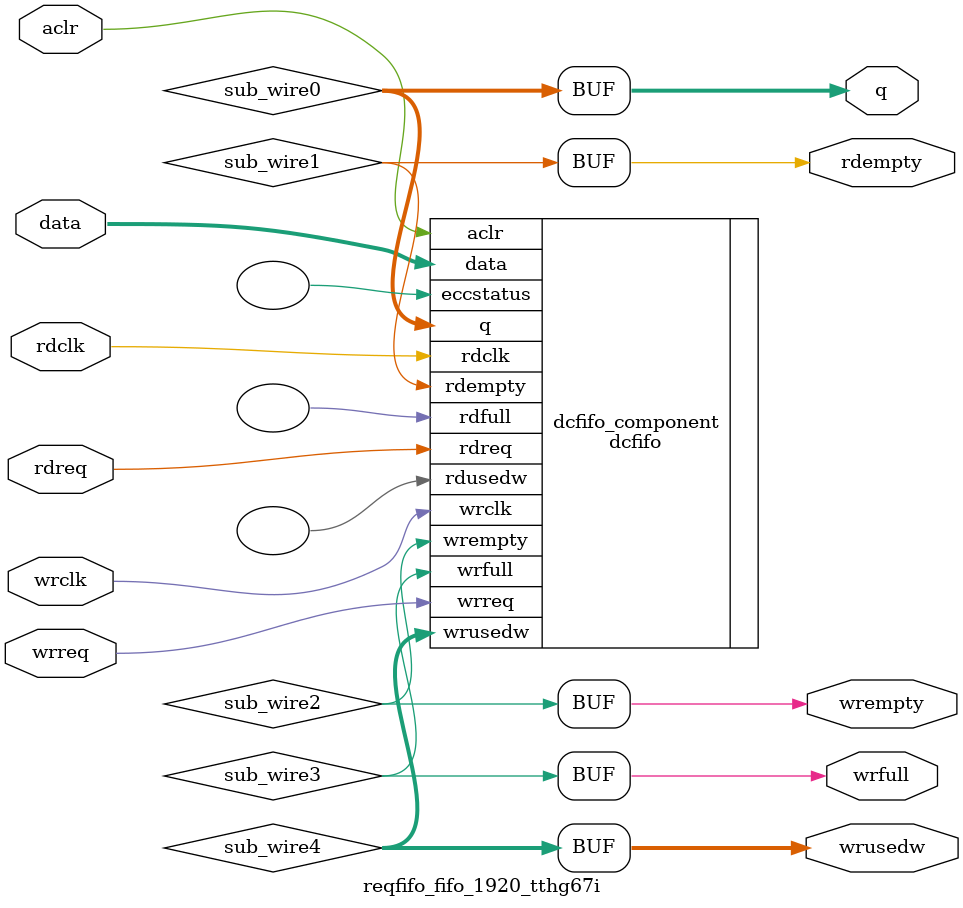
<source format=v>



`timescale 1 ps / 1 ps
// synopsys translate_on
module  reqfifo_fifo_1920_tthg67i  (
    aclr,
    data,
    rdclk,
    rdreq,
    wrclk,
    wrreq,
    q,
    rdempty,
    wrempty,
    wrfull,
    wrusedw);

    input    aclr;
    input  [639:0]  data;
    input    rdclk;
    input    rdreq;
    input    wrclk;
    input    wrreq;
    output [639:0]  q;
    output   rdempty;
    output   wrempty;
    output   wrfull;
    output [5:0]  wrusedw;
`ifndef ALTERA_RESERVED_QIS
// synopsys translate_off
`endif
    tri0     aclr;
`ifndef ALTERA_RESERVED_QIS
// synopsys translate_on
`endif

    wire [639:0] sub_wire0;
    wire  sub_wire1;
    wire  sub_wire2;
    wire  sub_wire3;
    wire [5:0] sub_wire4;
    wire [639:0] q = sub_wire0[639:0];
    wire  rdempty = sub_wire1;
    wire  wrempty = sub_wire2;
    wire  wrfull = sub_wire3;
    wire [5:0] wrusedw = sub_wire4[5:0];

    dcfifo  dcfifo_component (
                .aclr (aclr),
                .data (data),
                .rdclk (rdclk),
                .rdreq (rdreq),
                .wrclk (wrclk),
                .wrreq (wrreq),
                .q (sub_wire0),
                .rdempty (sub_wire1),
                .wrempty (sub_wire2),
                .wrfull (sub_wire3),
                .wrusedw (sub_wire4),
                .eccstatus (),
                .rdfull (),
                .rdusedw ());
    defparam
        dcfifo_component.enable_ecc  = "FALSE",
        dcfifo_component.intended_device_family  = "Agilex",
        dcfifo_component.lpm_hint  = "DISABLE_DCFIFO_EMBEDDED_TIMING_CONSTRAINT=TRUE",
        dcfifo_component.lpm_numwords  = 64,
        dcfifo_component.lpm_showahead  = "ON",
        dcfifo_component.lpm_type  = "dcfifo",
        dcfifo_component.lpm_width  = 640,
        dcfifo_component.lpm_widthu  = 6,
        dcfifo_component.overflow_checking  = "OFF",
        dcfifo_component.rdsync_delaypipe  = 4,
        dcfifo_component.read_aclr_synch  = "ON",
        dcfifo_component.underflow_checking  = "OFF",
        dcfifo_component.use_eab  = "ON",
        dcfifo_component.write_aclr_synch  = "ON",
        dcfifo_component.wrsync_delaypipe  = 4;


endmodule



</source>
